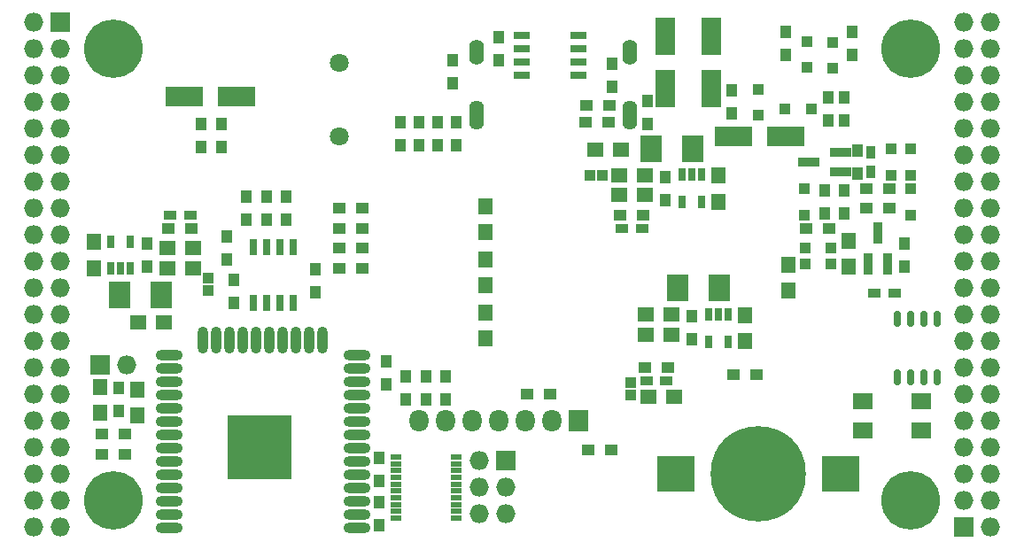
<source format=gbs>
G04 #@! TF.FileFunction,Soldermask,Bot*
%FSLAX46Y46*%
G04 Gerber Fmt 4.6, Leading zero omitted, Abs format (unit mm)*
G04 Created by KiCad (PCBNEW 4.0.7+dfsg1-1) date Wed Nov  8 14:16:07 2017*
%MOMM*%
%LPD*%
G01*
G04 APERTURE LIST*
%ADD10C,0.100000*%
%ADD11R,1.000000X1.300000*%
%ADD12R,1.100000X1.100000*%
%ADD13O,2.600000X1.000000*%
%ADD14O,1.000000X2.600000*%
%ADD15R,6.100000X6.100000*%
%ADD16R,1.900000X3.600000*%
%ADD17R,2.100000X2.600000*%
%ADD18R,0.800000X1.300000*%
%ADD19R,1.350000X1.600000*%
%ADD20R,1.600000X1.350000*%
%ADD21O,0.709600X1.573200*%
%ADD22R,0.900000X2.000000*%
%ADD23R,2.000000X0.900000*%
%ADD24R,1.300000X0.850000*%
%ADD25R,0.850000X1.300000*%
%ADD26R,1.300000X1.000000*%
%ADD27R,0.700000X1.650000*%
%ADD28R,1.650000X0.700000*%
%ADD29R,1.827200X1.827200*%
%ADD30O,1.827200X1.827200*%
%ADD31C,5.600000*%
%ADD32R,1.100000X0.500000*%
%ADD33R,1.827200X2.132000*%
%ADD34O,1.827200X2.132000*%
%ADD35C,1.800000*%
%ADD36O,1.400000X2.800000*%
%ADD37O,1.400000X2.400000*%
%ADD38R,1.900000X1.500000*%
%ADD39R,3.600000X1.900000*%
%ADD40R,3.600000X3.400000*%
%ADD41C,9.100000*%
G04 APERTURE END LIST*
D10*
D11*
X103498000Y-99858000D03*
X103498000Y-97658000D03*
D12*
X152393000Y-97142000D03*
X152393000Y-98342000D03*
D13*
X126260434Y-111030338D03*
X126260434Y-109760338D03*
X126260434Y-108490338D03*
X126260434Y-107220338D03*
X126260434Y-105950338D03*
X126260434Y-104680338D03*
X126260434Y-103410338D03*
X126260434Y-102140338D03*
X126260434Y-100870338D03*
X126260434Y-99600338D03*
X126260434Y-98330338D03*
X126260434Y-97060338D03*
X126260434Y-95790338D03*
X126260434Y-94520338D03*
D14*
X122975434Y-93030338D03*
X121705434Y-93030338D03*
X120435434Y-93030338D03*
X119165434Y-93030338D03*
X117895434Y-93030338D03*
X116625434Y-93030338D03*
X115355434Y-93030338D03*
X114085434Y-93030338D03*
X112815434Y-93030338D03*
X111545434Y-93030338D03*
D13*
X108260434Y-94520338D03*
X108260434Y-95790338D03*
X108260434Y-97060338D03*
X108260434Y-98330338D03*
X108260434Y-99600338D03*
X108260434Y-100870338D03*
X108260434Y-102140338D03*
X108260434Y-103410338D03*
X108260434Y-104680338D03*
X108260434Y-105950338D03*
X108260434Y-107220338D03*
X108260434Y-108490338D03*
X108260434Y-109760338D03*
X108260434Y-111030338D03*
D15*
X116960434Y-103330338D03*
D16*
X155695000Y-69000000D03*
X155695000Y-64000000D03*
D11*
X154044000Y-72426000D03*
X154044000Y-70226000D03*
D17*
X160870000Y-88090000D03*
X156870000Y-88090000D03*
D18*
X159825000Y-90600000D03*
X160775000Y-90600000D03*
X161725000Y-90600000D03*
X161725000Y-93200000D03*
X159825000Y-93200000D03*
D17*
X158330000Y-74755000D03*
X154330000Y-74755000D03*
D18*
X157285000Y-77235000D03*
X158235000Y-77235000D03*
X159185000Y-77235000D03*
X159185000Y-79835000D03*
X157285000Y-79835000D03*
D17*
X103530000Y-88725000D03*
X107530000Y-88725000D03*
D18*
X104575000Y-86215000D03*
X103625000Y-86215000D03*
X102675000Y-86215000D03*
X102675000Y-83615000D03*
X104575000Y-83615000D03*
D19*
X101085000Y-83665000D03*
X101085000Y-86165000D03*
D20*
X153810000Y-90630000D03*
X156310000Y-90630000D03*
X153810000Y-92535000D03*
X156310000Y-92535000D03*
D19*
X163315000Y-93150000D03*
X163315000Y-90650000D03*
D20*
X151270000Y-79200000D03*
X153770000Y-79200000D03*
X151270000Y-77295000D03*
X153770000Y-77295000D03*
D19*
X160775000Y-79815000D03*
X160775000Y-77315000D03*
D20*
X110590000Y-84280000D03*
X108090000Y-84280000D03*
X110590000Y-86185000D03*
X108090000Y-86185000D03*
D21*
X181730000Y-96599000D03*
X180460000Y-96599000D03*
X179190000Y-96599000D03*
X177920000Y-96599000D03*
X177920000Y-91011000D03*
X179190000Y-91011000D03*
X180460000Y-91011000D03*
X181730000Y-91011000D03*
D19*
X173221000Y-86038000D03*
X173221000Y-83538000D03*
D22*
X176965000Y-85780000D03*
X175065000Y-85780000D03*
X176015000Y-82780000D03*
D23*
X172435000Y-75075000D03*
X172435000Y-76975000D03*
X169435000Y-76025000D03*
D24*
X153910000Y-96910000D03*
X155810000Y-96910000D03*
X151570000Y-82375000D03*
X153470000Y-82375000D03*
X110290000Y-81105000D03*
X108390000Y-81105000D03*
D25*
X175380000Y-75075000D03*
X175380000Y-76975000D03*
D26*
X169200000Y-82375000D03*
X171400000Y-82375000D03*
D11*
X172840000Y-80935000D03*
X172840000Y-78735000D03*
D26*
X177115000Y-80470000D03*
X174915000Y-80470000D03*
D11*
X174110000Y-74925000D03*
X174110000Y-77125000D03*
X178555000Y-83815000D03*
X178555000Y-86015000D03*
X113785000Y-83180000D03*
X113785000Y-85380000D03*
X170935000Y-80935000D03*
X170935000Y-78735000D03*
X128390000Y-108580000D03*
X128390000Y-110780000D03*
D26*
X150572000Y-103584000D03*
X148372000Y-103584000D03*
X177115000Y-78565000D03*
X174915000Y-78565000D03*
X153760000Y-95640000D03*
X155960000Y-95640000D03*
X110440000Y-82375000D03*
X108240000Y-82375000D03*
X151420000Y-81105000D03*
X153620000Y-81105000D03*
D11*
X158235000Y-90800000D03*
X158235000Y-93000000D03*
X106165000Y-86015000D03*
X106165000Y-83815000D03*
X155695000Y-77465000D03*
X155695000Y-79665000D03*
D26*
X126782000Y-86185000D03*
X124582000Y-86185000D03*
X126782000Y-84279000D03*
X124582000Y-84279000D03*
X126782000Y-82375000D03*
X124582000Y-82375000D03*
X126782000Y-80470000D03*
X124582000Y-80470000D03*
D11*
X130422000Y-74458000D03*
X130422000Y-72258000D03*
X132200000Y-74458000D03*
X132200000Y-72258000D03*
X133978000Y-74458000D03*
X133978000Y-72258000D03*
X135756000Y-74458000D03*
X135756000Y-72258000D03*
D27*
X116325000Y-84120000D03*
X117595000Y-84120000D03*
X118865000Y-84120000D03*
X120135000Y-84120000D03*
X120135000Y-89520000D03*
X118865000Y-89520000D03*
X117595000Y-89520000D03*
X116325000Y-89520000D03*
D24*
X175700000Y-88598000D03*
X177600000Y-88598000D03*
D28*
X141980000Y-67705000D03*
X141980000Y-66435000D03*
X141980000Y-65165000D03*
X141980000Y-63895000D03*
X147380000Y-63895000D03*
X147380000Y-65165000D03*
X147380000Y-66435000D03*
X147380000Y-67705000D03*
D29*
X97910000Y-62690000D03*
D30*
X95370000Y-62690000D03*
X97910000Y-65230000D03*
X95370000Y-65230000D03*
X97910000Y-67770000D03*
X95370000Y-67770000D03*
X97910000Y-70310000D03*
X95370000Y-70310000D03*
X97910000Y-72850000D03*
X95370000Y-72850000D03*
X97910000Y-75390000D03*
X95370000Y-75390000D03*
X97910000Y-77930000D03*
X95370000Y-77930000D03*
X97910000Y-80470000D03*
X95370000Y-80470000D03*
X97910000Y-83010000D03*
X95370000Y-83010000D03*
X97910000Y-85550000D03*
X95370000Y-85550000D03*
X97910000Y-88090000D03*
X95370000Y-88090000D03*
X97910000Y-90630000D03*
X95370000Y-90630000D03*
X97910000Y-93170000D03*
X95370000Y-93170000D03*
X97910000Y-95710000D03*
X95370000Y-95710000D03*
X97910000Y-98250000D03*
X95370000Y-98250000D03*
X97910000Y-100790000D03*
X95370000Y-100790000D03*
X97910000Y-103330000D03*
X95370000Y-103330000D03*
X97910000Y-105870000D03*
X95370000Y-105870000D03*
X97910000Y-108410000D03*
X95370000Y-108410000D03*
X97910000Y-110950000D03*
X95370000Y-110950000D03*
D29*
X184270000Y-110950000D03*
D30*
X186810000Y-110950000D03*
X184270000Y-108410000D03*
X186810000Y-108410000D03*
X184270000Y-105870000D03*
X186810000Y-105870000D03*
X184270000Y-103330000D03*
X186810000Y-103330000D03*
X184270000Y-100790000D03*
X186810000Y-100790000D03*
X184270000Y-98250000D03*
X186810000Y-98250000D03*
X184270000Y-95710000D03*
X186810000Y-95710000D03*
X184270000Y-93170000D03*
X186810000Y-93170000D03*
X184270000Y-90630000D03*
X186810000Y-90630000D03*
X184270000Y-88090000D03*
X186810000Y-88090000D03*
X184270000Y-85550000D03*
X186810000Y-85550000D03*
X184270000Y-83010000D03*
X186810000Y-83010000D03*
X184270000Y-80470000D03*
X186810000Y-80470000D03*
X184270000Y-77930000D03*
X186810000Y-77930000D03*
X184270000Y-75390000D03*
X186810000Y-75390000D03*
X184270000Y-72850000D03*
X186810000Y-72850000D03*
X184270000Y-70310000D03*
X186810000Y-70310000D03*
X184270000Y-67770000D03*
X186810000Y-67770000D03*
X184270000Y-65230000D03*
X186810000Y-65230000D03*
X184270000Y-62690000D03*
X186810000Y-62690000D03*
D31*
X102990000Y-108410000D03*
X179190000Y-108410000D03*
X179190000Y-65230000D03*
X102990000Y-65230000D03*
D11*
X162045000Y-71410000D03*
X162045000Y-69210000D03*
X139820000Y-66330000D03*
X139820000Y-64130000D03*
X135375000Y-68532000D03*
X135375000Y-66332000D03*
X150615000Y-68870000D03*
X150615000Y-66670000D03*
D26*
X150275000Y-72215000D03*
X148075000Y-72215000D03*
X150380000Y-70600000D03*
X148180000Y-70600000D03*
D32*
X135735000Y-104215000D03*
X135735000Y-104865000D03*
X135735000Y-105515000D03*
X135735000Y-106165000D03*
X135735000Y-106815000D03*
X135735000Y-107465000D03*
X135735000Y-108115000D03*
X135735000Y-108765000D03*
X135735000Y-109415000D03*
X135735000Y-110065000D03*
X129935000Y-110065000D03*
X129935000Y-109415000D03*
X129935000Y-108765000D03*
X129935000Y-108115000D03*
X129935000Y-107465000D03*
X129935000Y-106815000D03*
X129935000Y-106165000D03*
X129935000Y-105515000D03*
X129935000Y-104865000D03*
X129935000Y-104215000D03*
D11*
X119500000Y-79370000D03*
X119500000Y-81570000D03*
X114480000Y-89500000D03*
X114480000Y-87300000D03*
X129025000Y-97275000D03*
X129025000Y-95075000D03*
X117595000Y-79370000D03*
X117595000Y-81570000D03*
X122280000Y-86300000D03*
X122280000Y-88500000D03*
X115690000Y-79370000D03*
X115690000Y-81570000D03*
D26*
X144730000Y-98250000D03*
X142530000Y-98250000D03*
D11*
X132835000Y-98715000D03*
X132835000Y-96515000D03*
X130930000Y-98715000D03*
X130930000Y-96515000D03*
D26*
X101890000Y-103965000D03*
X104090000Y-103965000D03*
D29*
X101720000Y-95456000D03*
D30*
X104260000Y-95456000D03*
D26*
X104090000Y-102060000D03*
X101890000Y-102060000D03*
D19*
X167506000Y-88324000D03*
X167506000Y-85824000D03*
D26*
X164415000Y-96345000D03*
X162215000Y-96345000D03*
D11*
X167252000Y-65822000D03*
X167252000Y-63622000D03*
D29*
X140455000Y-104600000D03*
D30*
X137915000Y-104600000D03*
X140455000Y-107140000D03*
X137915000Y-107140000D03*
X140455000Y-109680000D03*
X137915000Y-109680000D03*
D19*
X138550000Y-90396000D03*
X138550000Y-92896000D03*
X138550000Y-82736000D03*
X138550000Y-80236000D03*
X138550000Y-85316000D03*
X138550000Y-87816000D03*
X101720000Y-97508000D03*
X101720000Y-100008000D03*
D11*
X113277000Y-74585000D03*
X113277000Y-72385000D03*
X111372000Y-74585000D03*
X111372000Y-72385000D03*
X172840000Y-72045000D03*
X172840000Y-69845000D03*
X171316000Y-72045000D03*
X171316000Y-69845000D03*
D33*
X147440000Y-100790000D03*
D34*
X144900000Y-100790000D03*
X142360000Y-100790000D03*
X139820000Y-100790000D03*
X137280000Y-100790000D03*
X134740000Y-100790000D03*
X132200000Y-100790000D03*
D35*
X124580000Y-66540000D03*
X124580000Y-73540000D03*
D36*
X152280000Y-71550000D03*
X137680000Y-71550000D03*
D37*
X137680000Y-65500000D03*
X152280000Y-65500000D03*
D38*
X180212000Y-98882000D03*
X174612000Y-98882000D03*
X174612000Y-101682000D03*
X180212000Y-101682000D03*
D19*
X105276000Y-100262000D03*
X105276000Y-97762000D03*
D39*
X109761000Y-69802000D03*
X114761000Y-69802000D03*
X167212000Y-73612000D03*
X162212000Y-73612000D03*
D16*
X160140000Y-64000000D03*
X160140000Y-69000000D03*
D20*
X154064000Y-98504000D03*
X156564000Y-98504000D03*
X107796000Y-91392000D03*
X105296000Y-91392000D03*
X151484000Y-74882000D03*
X148984000Y-74882000D03*
D11*
X173602000Y-65822000D03*
X173602000Y-63622000D03*
X134740000Y-96515000D03*
X134740000Y-98715000D03*
D40*
X172485000Y-105870000D03*
X156685000Y-105870000D03*
D41*
X164585000Y-105870000D03*
D12*
X169284000Y-66988000D03*
X169284000Y-64488000D03*
X171697000Y-67081000D03*
X171697000Y-64581000D03*
X169050000Y-84280000D03*
X171550000Y-84280000D03*
X179190000Y-81085000D03*
X179190000Y-78585000D03*
X169030000Y-81085000D03*
X169030000Y-78585000D03*
X171550000Y-85804000D03*
X169050000Y-85804000D03*
X179190000Y-77275000D03*
X179190000Y-74775000D03*
X177285000Y-74775000D03*
X177285000Y-77275000D03*
X167145000Y-70945000D03*
X169645000Y-70945000D03*
X164585000Y-69060000D03*
X164585000Y-71560000D03*
X112007000Y-87109000D03*
X112007000Y-88309000D03*
X149691000Y-77295000D03*
X148491000Y-77295000D03*
D11*
X128390000Y-106546000D03*
X128390000Y-104346000D03*
M02*

</source>
